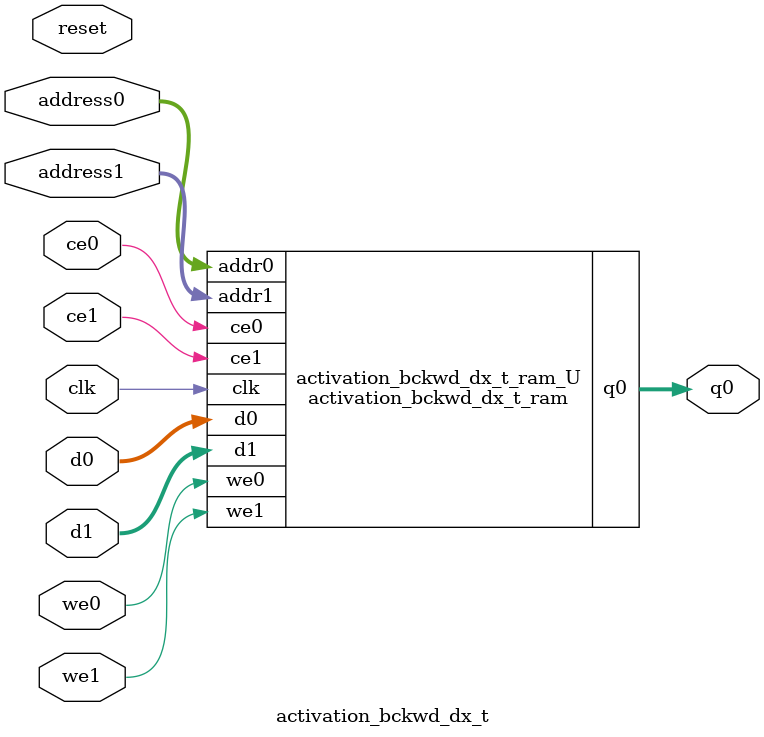
<source format=v>
`timescale 1 ns / 1 ps
module activation_bckwd_dx_t_ram (addr0, ce0, d0, we0, q0, addr1, ce1, d1, we1,  clk);

parameter DWIDTH = 32;
parameter AWIDTH = 7;
parameter MEM_SIZE = 100;

input[AWIDTH-1:0] addr0;
input ce0;
input[DWIDTH-1:0] d0;
input we0;
output reg[DWIDTH-1:0] q0;
input[AWIDTH-1:0] addr1;
input ce1;
input[DWIDTH-1:0] d1;
input we1;
input clk;

reg [DWIDTH-1:0] ram[0:MEM_SIZE-1];




always @(posedge clk)  
begin 
    if (ce0) begin
        if (we0) 
            ram[addr0] <= d0; 
        q0 <= ram[addr0];
    end
end


always @(posedge clk)  
begin 
    if (ce1) begin
        if (we1) 
            ram[addr1] <= d1; 
    end
end


endmodule

`timescale 1 ns / 1 ps
module activation_bckwd_dx_t(
    reset,
    clk,
    address0,
    ce0,
    we0,
    d0,
    q0,
    address1,
    ce1,
    we1,
    d1);

parameter DataWidth = 32'd32;
parameter AddressRange = 32'd100;
parameter AddressWidth = 32'd7;
input reset;
input clk;
input[AddressWidth - 1:0] address0;
input ce0;
input we0;
input[DataWidth - 1:0] d0;
output[DataWidth - 1:0] q0;
input[AddressWidth - 1:0] address1;
input ce1;
input we1;
input[DataWidth - 1:0] d1;



activation_bckwd_dx_t_ram activation_bckwd_dx_t_ram_U(
    .clk( clk ),
    .addr0( address0 ),
    .ce0( ce0 ),
    .we0( we0 ),
    .d0( d0 ),
    .q0( q0 ),
    .addr1( address1 ),
    .ce1( ce1 ),
    .we1( we1 ),
    .d1( d1 ));

endmodule


</source>
